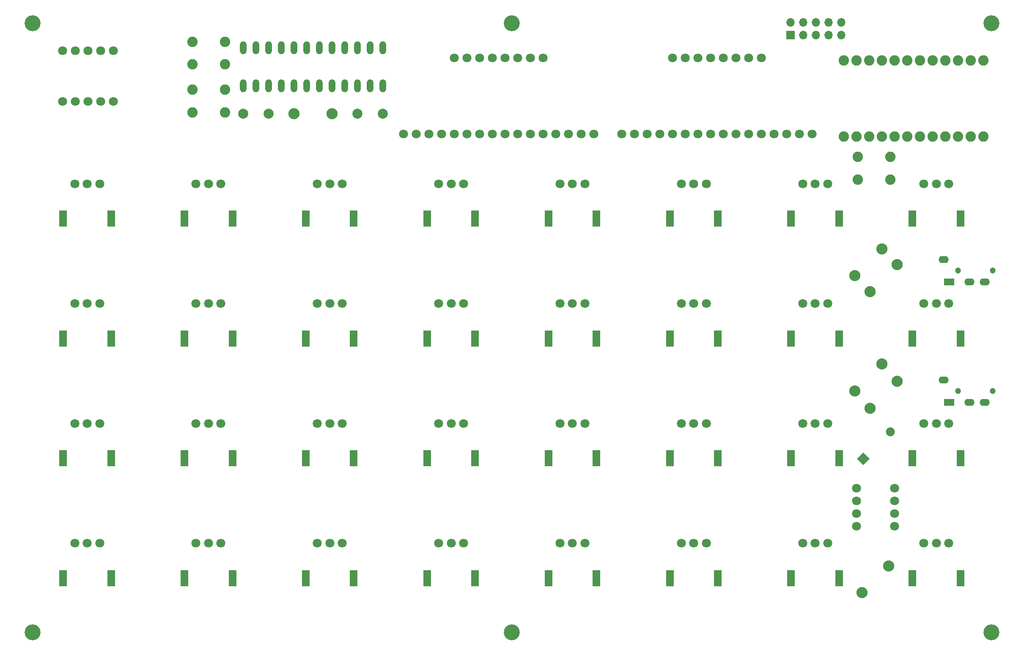
<source format=gbr>
G04 #@! TF.GenerationSoftware,KiCad,Pcbnew,(5.1.8-0-10_14)*
G04 #@! TF.CreationDate,2021-05-03T14:31:50+03:00*
G04 #@! TF.ProjectId,N32B,4e333242-2e6b-4696-9361-645f70636258,V2.1*
G04 #@! TF.SameCoordinates,Original*
G04 #@! TF.FileFunction,Soldermask,Bot*
G04 #@! TF.FilePolarity,Negative*
%FSLAX46Y46*%
G04 Gerber Fmt 4.6, Leading zero omitted, Abs format (unit mm)*
G04 Created by KiCad (PCBNEW (5.1.8-0-10_14)) date 2021-05-03 14:31:50*
%MOMM*%
%LPD*%
G01*
G04 APERTURE LIST*
%ADD10C,1.800000*%
%ADD11R,1.700000X1.700000*%
%ADD12O,1.700000X1.700000*%
%ADD13C,2.003200*%
%ADD14C,0.100000*%
%ADD15R,1.500000X3.200000*%
%ADD16C,2.235200*%
%ADD17C,1.200000*%
%ADD18O,2.000000X1.400000*%
%ADD19R,2.000000X1.400000*%
%ADD20C,3.200000*%
%ADD21O,1.320800X2.641600*%
%ADD22C,2.082800*%
G04 APERTURE END LIST*
D10*
X150368000Y-48514000D03*
X152908000Y-48514000D03*
X155448000Y-48514000D03*
X157988000Y-48514000D03*
X160528000Y-48514000D03*
X163068000Y-48514000D03*
X165608000Y-48514000D03*
X168148000Y-48514000D03*
X170688000Y-48514000D03*
X173228000Y-48514000D03*
X175768000Y-48514000D03*
X178308000Y-48514000D03*
X180848000Y-48514000D03*
X183388000Y-48514000D03*
X185928000Y-48514000D03*
X188468000Y-48514000D03*
X160528000Y-33274000D03*
X163068000Y-33274000D03*
X165608000Y-33274000D03*
X168148000Y-33274000D03*
X170688000Y-33274000D03*
X173228000Y-33274000D03*
X175768000Y-33274000D03*
X178308000Y-33274000D03*
X106680000Y-48514000D03*
X109220000Y-48514000D03*
X111760000Y-48514000D03*
X114300000Y-48514000D03*
X116840000Y-48514000D03*
X119380000Y-48514000D03*
X121920000Y-48514000D03*
X124460000Y-48514000D03*
X127000000Y-48514000D03*
X129540000Y-48514000D03*
X132080000Y-48514000D03*
X134620000Y-48514000D03*
X137160000Y-48514000D03*
X139700000Y-48514000D03*
X142240000Y-48514000D03*
X144780000Y-48514000D03*
X116840000Y-33274000D03*
X119380000Y-33274000D03*
X121920000Y-33274000D03*
X124460000Y-33274000D03*
X127000000Y-33274000D03*
X129540000Y-33274000D03*
X132080000Y-33274000D03*
X134620000Y-33274000D03*
D11*
X184150000Y-28702000D03*
D12*
X184150000Y-26162000D03*
X186690000Y-28702000D03*
X186690000Y-26162000D03*
X189230000Y-28702000D03*
X189230000Y-26162000D03*
X191770000Y-28702000D03*
X191770000Y-26162000D03*
X194310000Y-28702000D03*
X194310000Y-26162000D03*
D13*
X74628000Y-44386000D03*
X79708000Y-44386000D03*
X97488000Y-44386000D03*
X102568000Y-44386000D03*
D10*
X38428000Y-31832000D03*
X38428000Y-41952000D03*
X40968000Y-31832000D03*
X40968000Y-41952000D03*
X43508000Y-31832000D03*
X43508000Y-41952000D03*
X46048000Y-31832000D03*
X46048000Y-41952000D03*
X48588000Y-31832000D03*
X48588000Y-41952000D03*
G36*
G01*
X203524758Y-108775242D02*
X203524758Y-108775242D01*
G75*
G02*
X203524758Y-107502450I636396J636396D01*
G01*
X203524758Y-107502450D01*
G75*
G02*
X204797550Y-107502450I636396J-636396D01*
G01*
X204797550Y-107502450D01*
G75*
G02*
X204797550Y-108775242I-636396J-636396D01*
G01*
X204797550Y-108775242D01*
G75*
G02*
X203524758Y-108775242I-636396J636396D01*
G01*
G37*
D14*
G36*
X198773000Y-114799792D02*
G01*
X197500208Y-113527000D01*
X198773000Y-112254208D01*
X200045792Y-113527000D01*
X198773000Y-114799792D01*
G37*
D10*
X215882001Y-130440000D03*
X213382001Y-130440000D03*
X210882001Y-130440000D03*
D15*
X208582001Y-137440000D03*
X218182001Y-137440000D03*
D10*
X191596001Y-130440000D03*
X189096001Y-130440000D03*
X186596001Y-130440000D03*
D15*
X184296001Y-137440000D03*
X193896001Y-137440000D03*
D10*
X167310001Y-130440000D03*
X164810001Y-130440000D03*
X162310001Y-130440000D03*
D15*
X160010001Y-137440000D03*
X169610001Y-137440000D03*
D10*
X143024001Y-130440000D03*
X140524001Y-130440000D03*
X138024001Y-130440000D03*
D15*
X135724001Y-137440000D03*
X145324001Y-137440000D03*
D10*
X118738002Y-130440000D03*
X116238002Y-130440000D03*
X113738002Y-130440000D03*
D15*
X111438002Y-137440000D03*
X121038002Y-137440000D03*
D10*
X94452001Y-130440000D03*
X91952001Y-130440000D03*
X89452001Y-130440000D03*
D15*
X87152001Y-137440000D03*
X96752001Y-137440000D03*
D10*
X70166001Y-130440000D03*
X67666001Y-130440000D03*
X65166001Y-130440000D03*
D15*
X62866001Y-137440000D03*
X72466001Y-137440000D03*
D10*
X215882001Y-106439999D03*
X213382001Y-106439999D03*
X210882001Y-106439999D03*
D15*
X208582001Y-113439999D03*
X218182001Y-113439999D03*
D10*
X191596001Y-106439999D03*
X189096001Y-106439999D03*
X186596001Y-106439999D03*
D15*
X184296001Y-113439999D03*
X193896001Y-113439999D03*
D10*
X167310001Y-106439999D03*
X164810001Y-106439999D03*
X162310001Y-106439999D03*
D15*
X160010001Y-113439999D03*
X169610001Y-113439999D03*
D10*
X143024001Y-106439999D03*
X140524001Y-106439999D03*
X138024001Y-106439999D03*
D15*
X135724001Y-113439999D03*
X145324001Y-113439999D03*
D10*
X118738002Y-106439999D03*
X116238002Y-106439999D03*
X113738002Y-106439999D03*
D15*
X111438002Y-113439999D03*
X121038002Y-113439999D03*
D10*
X94452001Y-106439999D03*
X91952001Y-106439999D03*
X89452001Y-106439999D03*
D15*
X87152001Y-113439999D03*
X96752001Y-113439999D03*
D10*
X70166001Y-106439999D03*
X67666001Y-106439999D03*
X65166001Y-106439999D03*
D15*
X62866001Y-113439999D03*
X72466001Y-113439999D03*
D10*
X45880001Y-106439999D03*
X43380001Y-106439999D03*
X40880001Y-106439999D03*
D15*
X38580001Y-113439999D03*
X48180001Y-113439999D03*
D10*
X215882001Y-82439999D03*
X213382001Y-82439999D03*
X210882001Y-82439999D03*
D15*
X208582001Y-89439999D03*
X218182001Y-89439999D03*
D10*
X191596001Y-82439999D03*
X189096001Y-82439999D03*
X186596001Y-82439999D03*
D15*
X184296001Y-89439999D03*
X193896001Y-89439999D03*
D10*
X167310001Y-82439999D03*
X164810001Y-82439999D03*
X162310001Y-82439999D03*
D15*
X160010001Y-89439999D03*
X169610001Y-89439999D03*
D10*
X143024001Y-82439999D03*
X140524001Y-82439999D03*
X138024001Y-82439999D03*
D15*
X135724001Y-89439999D03*
X145324001Y-89439999D03*
D10*
X118738002Y-82439999D03*
X116238002Y-82439999D03*
X113738002Y-82439999D03*
D15*
X111438002Y-89439999D03*
X121038002Y-89439999D03*
D10*
X94452001Y-82439999D03*
X91952001Y-82439999D03*
X89452001Y-82439999D03*
D15*
X87152001Y-89439999D03*
X96752001Y-89439999D03*
D10*
X70166001Y-82439999D03*
X67666001Y-82439999D03*
X65166001Y-82439999D03*
D15*
X62866001Y-89439999D03*
X72466001Y-89439999D03*
D10*
X45880001Y-82439999D03*
X43380001Y-82439999D03*
X40880001Y-82439999D03*
D15*
X38580001Y-89439999D03*
X48180001Y-89439999D03*
D10*
X215882001Y-58440000D03*
X213382001Y-58440000D03*
X210882001Y-58440000D03*
D15*
X208582001Y-65440000D03*
X218182001Y-65440000D03*
D10*
X191596001Y-58440000D03*
X189096001Y-58440000D03*
X186596001Y-58440000D03*
D15*
X184296001Y-65440000D03*
X193896001Y-65440000D03*
D10*
X167310001Y-58440000D03*
X164810001Y-58440000D03*
X162310001Y-58440000D03*
D15*
X160010001Y-65440000D03*
X169610001Y-65440000D03*
D10*
X143024001Y-58440000D03*
X140524001Y-58440000D03*
X138024001Y-58440000D03*
D15*
X135724001Y-65440000D03*
X145324001Y-65440000D03*
D10*
X118738002Y-58440000D03*
X116238002Y-58440000D03*
X113738002Y-58440000D03*
D15*
X111438002Y-65440000D03*
X121038002Y-65440000D03*
D10*
X70166001Y-58440000D03*
X67666001Y-58440000D03*
X65166001Y-58440000D03*
D15*
X62866001Y-65440000D03*
X72466001Y-65440000D03*
D10*
X94452001Y-58440000D03*
X91952001Y-58440000D03*
X89452001Y-58440000D03*
D15*
X87152001Y-65440000D03*
X96752001Y-65440000D03*
D10*
X45880001Y-130440000D03*
X43380001Y-130440000D03*
X40880001Y-130440000D03*
D15*
X38580001Y-137440000D03*
X48180001Y-137440000D03*
D10*
X45880001Y-58440000D03*
X43380001Y-58440000D03*
X40880001Y-58440000D03*
D15*
X38580001Y-65440000D03*
X48180001Y-65440000D03*
D10*
X204990700Y-119405400D03*
X197370700Y-119405400D03*
X204990700Y-121945400D03*
X197370700Y-121945400D03*
X204990700Y-124485400D03*
X197370700Y-124485400D03*
X204990700Y-127025400D03*
X197370700Y-127025400D03*
D16*
X202465077Y-71473923D03*
X197076923Y-76862077D03*
X200124923Y-80037077D03*
X205513077Y-74648923D03*
X84788000Y-44446000D03*
X92408000Y-44446000D03*
X200124923Y-103396077D03*
X205513077Y-98007923D03*
X198453923Y-140371077D03*
X203842077Y-134982923D03*
X202465077Y-94557923D03*
X197076923Y-99946077D03*
D17*
X217668000Y-75838000D03*
X224668000Y-75838000D03*
D18*
X223068000Y-78138000D03*
X219968000Y-78138000D03*
D19*
X215968000Y-78138000D03*
D18*
X214818000Y-73638000D03*
D20*
X128416000Y-148312000D03*
X128416000Y-26312000D03*
X224416000Y-148312000D03*
X32416000Y-148312000D03*
X224416000Y-26312000D03*
X32416000Y-26312000D03*
D21*
X102568000Y-38862000D03*
X100028000Y-38862000D03*
X97488000Y-38862000D03*
X94948000Y-38862000D03*
X92408000Y-38862000D03*
X89868000Y-38862000D03*
X87328000Y-38862000D03*
X84788000Y-38862000D03*
X82248000Y-38862000D03*
X79708000Y-38862000D03*
X77168000Y-38862000D03*
X74628000Y-38862000D03*
X74628000Y-31242000D03*
X77168000Y-31242000D03*
X79708000Y-31242000D03*
X82248000Y-31242000D03*
X84788000Y-31242000D03*
X87328000Y-31242000D03*
X89868000Y-31242000D03*
X92408000Y-31242000D03*
X94948000Y-31242000D03*
X97488000Y-31242000D03*
X100028000Y-31242000D03*
X102568000Y-31242000D03*
D22*
X64482980Y-39613840D03*
X70985380Y-39613840D03*
X64482980Y-44135040D03*
X70985380Y-44135040D03*
X64480440Y-29989780D03*
X70982840Y-29989780D03*
X64480440Y-34510980D03*
X70982840Y-34510980D03*
X222758000Y-33782000D03*
X220218000Y-33782000D03*
X217678000Y-33782000D03*
X215138000Y-33782000D03*
X212598000Y-33782000D03*
X210058000Y-33782000D03*
X207518000Y-33782000D03*
X204978000Y-33782000D03*
X202438000Y-33782000D03*
X199898000Y-33782000D03*
X197358000Y-33782000D03*
X194818000Y-33782000D03*
X194818000Y-49022000D03*
X197358000Y-49022000D03*
X199898000Y-49022000D03*
X202438000Y-49022000D03*
X204978000Y-49022000D03*
X207518000Y-49022000D03*
X210058000Y-49022000D03*
X212598000Y-49022000D03*
X215138000Y-49022000D03*
X217678000Y-49022000D03*
X220218000Y-49022000D03*
X222758000Y-49022000D03*
D18*
X214818000Y-97768000D03*
D19*
X215968000Y-102268000D03*
D18*
X219968000Y-102268000D03*
X223068000Y-102268000D03*
D17*
X224668000Y-99968000D03*
X217668000Y-99968000D03*
D22*
X204139800Y-57581800D03*
X197637400Y-57581800D03*
X204139800Y-53060600D03*
X197637400Y-53060600D03*
M02*

</source>
